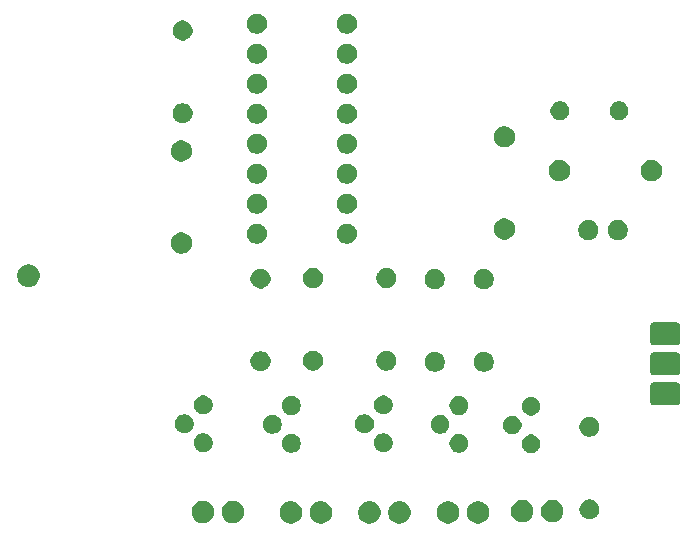
<source format=gbr>
G04 #@! TF.GenerationSoftware,KiCad,Pcbnew,(5.1.2)-2*
G04 #@! TF.CreationDate,2023-06-26T22:41:17-03:00*
G04 #@! TF.ProjectId,PRJ230523 - Haste de led,50524a32-3330-4353-9233-202d20486173,rev?*
G04 #@! TF.SameCoordinates,Original*
G04 #@! TF.FileFunction,Soldermask,Bot*
G04 #@! TF.FilePolarity,Negative*
%FSLAX46Y46*%
G04 Gerber Fmt 4.6, Leading zero omitted, Abs format (unit mm)*
G04 Created by KiCad (PCBNEW (5.1.2)-2) date 2023-06-26 22:41:17*
%MOMM*%
%LPD*%
G04 APERTURE LIST*
%ADD10C,0.100000*%
G04 APERTURE END LIST*
D10*
G36*
X140945336Y-124318254D02*
G01*
X141037105Y-124336508D01*
X141209994Y-124408121D01*
X141365590Y-124512087D01*
X141497913Y-124644410D01*
X141601879Y-124800006D01*
X141673492Y-124972895D01*
X141710000Y-125156433D01*
X141710000Y-125343567D01*
X141673492Y-125527105D01*
X141601879Y-125699994D01*
X141497913Y-125855590D01*
X141365590Y-125987913D01*
X141209994Y-126091879D01*
X141037105Y-126163492D01*
X140945336Y-126181746D01*
X140853568Y-126200000D01*
X140666432Y-126200000D01*
X140574664Y-126181746D01*
X140482895Y-126163492D01*
X140310006Y-126091879D01*
X140154410Y-125987913D01*
X140022087Y-125855590D01*
X139918121Y-125699994D01*
X139846508Y-125527105D01*
X139810000Y-125343567D01*
X139810000Y-125156433D01*
X139846508Y-124972895D01*
X139918121Y-124800006D01*
X140022087Y-124644410D01*
X140154410Y-124512087D01*
X140310006Y-124408121D01*
X140482895Y-124336508D01*
X140574664Y-124318254D01*
X140666432Y-124300000D01*
X140853568Y-124300000D01*
X140945336Y-124318254D01*
X140945336Y-124318254D01*
G37*
G36*
X147595336Y-124318254D02*
G01*
X147687105Y-124336508D01*
X147859994Y-124408121D01*
X148015590Y-124512087D01*
X148147913Y-124644410D01*
X148251879Y-124800006D01*
X148323492Y-124972895D01*
X148360000Y-125156433D01*
X148360000Y-125343567D01*
X148323492Y-125527105D01*
X148251879Y-125699994D01*
X148147913Y-125855590D01*
X148015590Y-125987913D01*
X147859994Y-126091879D01*
X147687105Y-126163492D01*
X147595336Y-126181746D01*
X147503568Y-126200000D01*
X147316432Y-126200000D01*
X147224664Y-126181746D01*
X147132895Y-126163492D01*
X146960006Y-126091879D01*
X146804410Y-125987913D01*
X146672087Y-125855590D01*
X146568121Y-125699994D01*
X146496508Y-125527105D01*
X146460000Y-125343567D01*
X146460000Y-125156433D01*
X146496508Y-124972895D01*
X146568121Y-124800006D01*
X146672087Y-124644410D01*
X146804410Y-124512087D01*
X146960006Y-124408121D01*
X147132895Y-124336508D01*
X147224664Y-124318254D01*
X147316432Y-124300000D01*
X147503568Y-124300000D01*
X147595336Y-124318254D01*
X147595336Y-124318254D01*
G37*
G36*
X134295336Y-124318254D02*
G01*
X134387105Y-124336508D01*
X134559994Y-124408121D01*
X134715590Y-124512087D01*
X134847913Y-124644410D01*
X134951879Y-124800006D01*
X135023492Y-124972895D01*
X135060000Y-125156433D01*
X135060000Y-125343567D01*
X135023492Y-125527105D01*
X134951879Y-125699994D01*
X134847913Y-125855590D01*
X134715590Y-125987913D01*
X134559994Y-126091879D01*
X134387105Y-126163492D01*
X134295336Y-126181746D01*
X134203568Y-126200000D01*
X134016432Y-126200000D01*
X133924664Y-126181746D01*
X133832895Y-126163492D01*
X133660006Y-126091879D01*
X133504410Y-125987913D01*
X133372087Y-125855590D01*
X133268121Y-125699994D01*
X133196508Y-125527105D01*
X133160000Y-125343567D01*
X133160000Y-125156433D01*
X133196508Y-124972895D01*
X133268121Y-124800006D01*
X133372087Y-124644410D01*
X133504410Y-124512087D01*
X133660006Y-124408121D01*
X133832895Y-124336508D01*
X133924664Y-124318254D01*
X134016432Y-124300000D01*
X134203568Y-124300000D01*
X134295336Y-124318254D01*
X134295336Y-124318254D01*
G37*
G36*
X136835336Y-124318254D02*
G01*
X136927105Y-124336508D01*
X137099994Y-124408121D01*
X137255590Y-124512087D01*
X137387913Y-124644410D01*
X137491879Y-124800006D01*
X137563492Y-124972895D01*
X137600000Y-125156433D01*
X137600000Y-125343567D01*
X137563492Y-125527105D01*
X137491879Y-125699994D01*
X137387913Y-125855590D01*
X137255590Y-125987913D01*
X137099994Y-126091879D01*
X136927105Y-126163492D01*
X136835336Y-126181746D01*
X136743568Y-126200000D01*
X136556432Y-126200000D01*
X136464664Y-126181746D01*
X136372895Y-126163492D01*
X136200006Y-126091879D01*
X136044410Y-125987913D01*
X135912087Y-125855590D01*
X135808121Y-125699994D01*
X135736508Y-125527105D01*
X135700000Y-125343567D01*
X135700000Y-125156433D01*
X135736508Y-124972895D01*
X135808121Y-124800006D01*
X135912087Y-124644410D01*
X136044410Y-124512087D01*
X136200006Y-124408121D01*
X136372895Y-124336508D01*
X136464664Y-124318254D01*
X136556432Y-124300000D01*
X136743568Y-124300000D01*
X136835336Y-124318254D01*
X136835336Y-124318254D01*
G37*
G36*
X150135336Y-124318254D02*
G01*
X150227105Y-124336508D01*
X150399994Y-124408121D01*
X150555590Y-124512087D01*
X150687913Y-124644410D01*
X150791879Y-124800006D01*
X150863492Y-124972895D01*
X150900000Y-125156433D01*
X150900000Y-125343567D01*
X150863492Y-125527105D01*
X150791879Y-125699994D01*
X150687913Y-125855590D01*
X150555590Y-125987913D01*
X150399994Y-126091879D01*
X150227105Y-126163492D01*
X150135336Y-126181746D01*
X150043568Y-126200000D01*
X149856432Y-126200000D01*
X149764664Y-126181746D01*
X149672895Y-126163492D01*
X149500006Y-126091879D01*
X149344410Y-125987913D01*
X149212087Y-125855590D01*
X149108121Y-125699994D01*
X149036508Y-125527105D01*
X149000000Y-125343567D01*
X149000000Y-125156433D01*
X149036508Y-124972895D01*
X149108121Y-124800006D01*
X149212087Y-124644410D01*
X149344410Y-124512087D01*
X149500006Y-124408121D01*
X149672895Y-124336508D01*
X149764664Y-124318254D01*
X149856432Y-124300000D01*
X150043568Y-124300000D01*
X150135336Y-124318254D01*
X150135336Y-124318254D01*
G37*
G36*
X143485336Y-124318254D02*
G01*
X143577105Y-124336508D01*
X143749994Y-124408121D01*
X143905590Y-124512087D01*
X144037913Y-124644410D01*
X144141879Y-124800006D01*
X144213492Y-124972895D01*
X144250000Y-125156433D01*
X144250000Y-125343567D01*
X144213492Y-125527105D01*
X144141879Y-125699994D01*
X144037913Y-125855590D01*
X143905590Y-125987913D01*
X143749994Y-126091879D01*
X143577105Y-126163492D01*
X143485336Y-126181746D01*
X143393568Y-126200000D01*
X143206432Y-126200000D01*
X143114664Y-126181746D01*
X143022895Y-126163492D01*
X142850006Y-126091879D01*
X142694410Y-125987913D01*
X142562087Y-125855590D01*
X142458121Y-125699994D01*
X142386508Y-125527105D01*
X142350000Y-125343567D01*
X142350000Y-125156433D01*
X142386508Y-124972895D01*
X142458121Y-124800006D01*
X142562087Y-124644410D01*
X142694410Y-124512087D01*
X142850006Y-124408121D01*
X143022895Y-124336508D01*
X143114664Y-124318254D01*
X143206432Y-124300000D01*
X143393568Y-124300000D01*
X143485336Y-124318254D01*
X143485336Y-124318254D01*
G37*
G36*
X126845336Y-124268254D02*
G01*
X126937105Y-124286508D01*
X127109994Y-124358121D01*
X127265590Y-124462087D01*
X127397913Y-124594410D01*
X127501879Y-124750006D01*
X127573492Y-124922895D01*
X127610000Y-125106433D01*
X127610000Y-125293567D01*
X127573492Y-125477105D01*
X127501879Y-125649994D01*
X127397913Y-125805590D01*
X127265590Y-125937913D01*
X127109994Y-126041879D01*
X126937105Y-126113492D01*
X126845336Y-126131746D01*
X126753568Y-126150000D01*
X126566432Y-126150000D01*
X126474664Y-126131746D01*
X126382895Y-126113492D01*
X126210006Y-126041879D01*
X126054410Y-125937913D01*
X125922087Y-125805590D01*
X125818121Y-125649994D01*
X125746508Y-125477105D01*
X125710000Y-125293567D01*
X125710000Y-125106433D01*
X125746508Y-124922895D01*
X125818121Y-124750006D01*
X125922087Y-124594410D01*
X126054410Y-124462087D01*
X126210006Y-124358121D01*
X126382895Y-124286508D01*
X126474664Y-124268254D01*
X126566432Y-124250000D01*
X126753568Y-124250000D01*
X126845336Y-124268254D01*
X126845336Y-124268254D01*
G37*
G36*
X129385336Y-124268254D02*
G01*
X129477105Y-124286508D01*
X129649994Y-124358121D01*
X129805590Y-124462087D01*
X129937913Y-124594410D01*
X130041879Y-124750006D01*
X130113492Y-124922895D01*
X130150000Y-125106433D01*
X130150000Y-125293567D01*
X130113492Y-125477105D01*
X130041879Y-125649994D01*
X129937913Y-125805590D01*
X129805590Y-125937913D01*
X129649994Y-126041879D01*
X129477105Y-126113492D01*
X129385336Y-126131746D01*
X129293568Y-126150000D01*
X129106432Y-126150000D01*
X129014664Y-126131746D01*
X128922895Y-126113492D01*
X128750006Y-126041879D01*
X128594410Y-125937913D01*
X128462087Y-125805590D01*
X128358121Y-125649994D01*
X128286508Y-125477105D01*
X128250000Y-125293567D01*
X128250000Y-125106433D01*
X128286508Y-124922895D01*
X128358121Y-124750006D01*
X128462087Y-124594410D01*
X128594410Y-124462087D01*
X128750006Y-124358121D01*
X128922895Y-124286508D01*
X129014664Y-124268254D01*
X129106432Y-124250000D01*
X129293568Y-124250000D01*
X129385336Y-124268254D01*
X129385336Y-124268254D01*
G37*
G36*
X153895336Y-124218254D02*
G01*
X153987105Y-124236508D01*
X154159994Y-124308121D01*
X154315590Y-124412087D01*
X154447913Y-124544410D01*
X154551879Y-124700006D01*
X154623492Y-124872895D01*
X154660000Y-125056433D01*
X154660000Y-125243567D01*
X154623492Y-125427105D01*
X154551879Y-125599994D01*
X154447913Y-125755590D01*
X154315590Y-125887913D01*
X154159994Y-125991879D01*
X153987105Y-126063492D01*
X153895336Y-126081746D01*
X153803568Y-126100000D01*
X153616432Y-126100000D01*
X153524664Y-126081746D01*
X153432895Y-126063492D01*
X153260006Y-125991879D01*
X153104410Y-125887913D01*
X152972087Y-125755590D01*
X152868121Y-125599994D01*
X152796508Y-125427105D01*
X152760000Y-125243567D01*
X152760000Y-125056433D01*
X152796508Y-124872895D01*
X152868121Y-124700006D01*
X152972087Y-124544410D01*
X153104410Y-124412087D01*
X153260006Y-124308121D01*
X153432895Y-124236508D01*
X153524664Y-124218254D01*
X153616432Y-124200000D01*
X153803568Y-124200000D01*
X153895336Y-124218254D01*
X153895336Y-124218254D01*
G37*
G36*
X156435336Y-124218254D02*
G01*
X156527105Y-124236508D01*
X156699994Y-124308121D01*
X156855590Y-124412087D01*
X156987913Y-124544410D01*
X157091879Y-124700006D01*
X157163492Y-124872895D01*
X157200000Y-125056433D01*
X157200000Y-125243567D01*
X157163492Y-125427105D01*
X157091879Y-125599994D01*
X156987913Y-125755590D01*
X156855590Y-125887913D01*
X156699994Y-125991879D01*
X156527105Y-126063492D01*
X156435336Y-126081746D01*
X156343568Y-126100000D01*
X156156432Y-126100000D01*
X156064664Y-126081746D01*
X155972895Y-126063492D01*
X155800006Y-125991879D01*
X155644410Y-125887913D01*
X155512087Y-125755590D01*
X155408121Y-125599994D01*
X155336508Y-125427105D01*
X155300000Y-125243567D01*
X155300000Y-125056433D01*
X155336508Y-124872895D01*
X155408121Y-124700006D01*
X155512087Y-124544410D01*
X155644410Y-124412087D01*
X155800006Y-124308121D01*
X155972895Y-124236508D01*
X156064664Y-124218254D01*
X156156432Y-124200000D01*
X156343568Y-124200000D01*
X156435336Y-124218254D01*
X156435336Y-124218254D01*
G37*
G36*
X159647935Y-124182664D02*
G01*
X159777924Y-124236508D01*
X159802626Y-124246740D01*
X159941844Y-124339762D01*
X160060238Y-124458156D01*
X160151280Y-124594411D01*
X160153261Y-124597376D01*
X160217336Y-124752065D01*
X160250000Y-124916281D01*
X160250000Y-125083719D01*
X160217336Y-125247935D01*
X160198434Y-125293567D01*
X160153260Y-125402626D01*
X160060238Y-125541844D01*
X159941844Y-125660238D01*
X159802626Y-125753260D01*
X159802625Y-125753261D01*
X159802624Y-125753261D01*
X159647935Y-125817336D01*
X159483719Y-125850000D01*
X159316281Y-125850000D01*
X159152065Y-125817336D01*
X158997376Y-125753261D01*
X158997375Y-125753261D01*
X158997374Y-125753260D01*
X158858156Y-125660238D01*
X158739762Y-125541844D01*
X158646740Y-125402626D01*
X158601566Y-125293567D01*
X158582664Y-125247935D01*
X158550000Y-125083719D01*
X158550000Y-124916281D01*
X158582664Y-124752065D01*
X158646739Y-124597376D01*
X158648720Y-124594411D01*
X158739762Y-124458156D01*
X158858156Y-124339762D01*
X158997374Y-124246740D01*
X159022076Y-124236508D01*
X159152065Y-124182664D01*
X159316281Y-124150000D01*
X159483719Y-124150000D01*
X159647935Y-124182664D01*
X159647935Y-124182664D01*
G37*
G36*
X154683351Y-118680743D02*
G01*
X154828941Y-118741048D01*
X154959970Y-118828599D01*
X155071401Y-118940030D01*
X155158952Y-119071059D01*
X155219257Y-119216649D01*
X155250000Y-119371206D01*
X155250000Y-119528794D01*
X155219257Y-119683351D01*
X155158952Y-119828941D01*
X155071401Y-119959970D01*
X154959970Y-120071401D01*
X154828941Y-120158952D01*
X154683351Y-120219257D01*
X154528794Y-120250000D01*
X154371206Y-120250000D01*
X154216649Y-120219257D01*
X154071059Y-120158952D01*
X153940030Y-120071401D01*
X153828599Y-119959970D01*
X153741048Y-119828941D01*
X153680743Y-119683351D01*
X153650000Y-119528794D01*
X153650000Y-119371206D01*
X153680743Y-119216649D01*
X153741048Y-119071059D01*
X153828599Y-118940030D01*
X153940030Y-118828599D01*
X154071059Y-118741048D01*
X154216649Y-118680743D01*
X154371206Y-118650000D01*
X154528794Y-118650000D01*
X154683351Y-118680743D01*
X154683351Y-118680743D01*
G37*
G36*
X134383351Y-118630743D02*
G01*
X134528941Y-118691048D01*
X134659970Y-118778599D01*
X134771401Y-118890030D01*
X134858952Y-119021059D01*
X134919257Y-119166649D01*
X134950000Y-119321206D01*
X134950000Y-119478794D01*
X134919257Y-119633351D01*
X134858952Y-119778941D01*
X134771401Y-119909970D01*
X134659970Y-120021401D01*
X134528941Y-120108952D01*
X134383351Y-120169257D01*
X134228794Y-120200000D01*
X134071206Y-120200000D01*
X133916649Y-120169257D01*
X133771059Y-120108952D01*
X133640030Y-120021401D01*
X133528599Y-119909970D01*
X133441048Y-119778941D01*
X133380743Y-119633351D01*
X133350000Y-119478794D01*
X133350000Y-119321206D01*
X133380743Y-119166649D01*
X133441048Y-119021059D01*
X133528599Y-118890030D01*
X133640030Y-118778599D01*
X133771059Y-118691048D01*
X133916649Y-118630743D01*
X134071206Y-118600000D01*
X134228794Y-118600000D01*
X134383351Y-118630743D01*
X134383351Y-118630743D01*
G37*
G36*
X148583351Y-118630743D02*
G01*
X148728941Y-118691048D01*
X148859970Y-118778599D01*
X148971401Y-118890030D01*
X149058952Y-119021059D01*
X149119257Y-119166649D01*
X149150000Y-119321206D01*
X149150000Y-119478794D01*
X149119257Y-119633351D01*
X149058952Y-119778941D01*
X148971401Y-119909970D01*
X148859970Y-120021401D01*
X148728941Y-120108952D01*
X148583351Y-120169257D01*
X148428794Y-120200000D01*
X148271206Y-120200000D01*
X148116649Y-120169257D01*
X147971059Y-120108952D01*
X147840030Y-120021401D01*
X147728599Y-119909970D01*
X147641048Y-119778941D01*
X147580743Y-119633351D01*
X147550000Y-119478794D01*
X147550000Y-119321206D01*
X147580743Y-119166649D01*
X147641048Y-119021059D01*
X147728599Y-118890030D01*
X147840030Y-118778599D01*
X147971059Y-118691048D01*
X148116649Y-118630743D01*
X148271206Y-118600000D01*
X148428794Y-118600000D01*
X148583351Y-118630743D01*
X148583351Y-118630743D01*
G37*
G36*
X126933351Y-118580743D02*
G01*
X127078941Y-118641048D01*
X127209970Y-118728599D01*
X127321401Y-118840030D01*
X127408952Y-118971059D01*
X127469257Y-119116649D01*
X127500000Y-119271206D01*
X127500000Y-119428794D01*
X127469257Y-119583351D01*
X127408952Y-119728941D01*
X127321401Y-119859970D01*
X127209970Y-119971401D01*
X127078941Y-120058952D01*
X126933351Y-120119257D01*
X126778794Y-120150000D01*
X126621206Y-120150000D01*
X126466649Y-120119257D01*
X126321059Y-120058952D01*
X126190030Y-119971401D01*
X126078599Y-119859970D01*
X125991048Y-119728941D01*
X125930743Y-119583351D01*
X125900000Y-119428794D01*
X125900000Y-119271206D01*
X125930743Y-119116649D01*
X125991048Y-118971059D01*
X126078599Y-118840030D01*
X126190030Y-118728599D01*
X126321059Y-118641048D01*
X126466649Y-118580743D01*
X126621206Y-118550000D01*
X126778794Y-118550000D01*
X126933351Y-118580743D01*
X126933351Y-118580743D01*
G37*
G36*
X142183351Y-118580743D02*
G01*
X142328941Y-118641048D01*
X142459970Y-118728599D01*
X142571401Y-118840030D01*
X142658952Y-118971059D01*
X142719257Y-119116649D01*
X142750000Y-119271206D01*
X142750000Y-119428794D01*
X142719257Y-119583351D01*
X142658952Y-119728941D01*
X142571401Y-119859970D01*
X142459970Y-119971401D01*
X142328941Y-120058952D01*
X142183351Y-120119257D01*
X142028794Y-120150000D01*
X141871206Y-120150000D01*
X141716649Y-120119257D01*
X141571059Y-120058952D01*
X141440030Y-119971401D01*
X141328599Y-119859970D01*
X141241048Y-119728941D01*
X141180743Y-119583351D01*
X141150000Y-119428794D01*
X141150000Y-119271206D01*
X141180743Y-119116649D01*
X141241048Y-118971059D01*
X141328599Y-118840030D01*
X141440030Y-118728599D01*
X141571059Y-118641048D01*
X141716649Y-118580743D01*
X141871206Y-118550000D01*
X142028794Y-118550000D01*
X142183351Y-118580743D01*
X142183351Y-118580743D01*
G37*
G36*
X159647935Y-117182664D02*
G01*
X159786427Y-117240030D01*
X159802626Y-117246740D01*
X159941844Y-117339762D01*
X160060238Y-117458156D01*
X160132730Y-117566649D01*
X160153261Y-117597376D01*
X160217336Y-117752065D01*
X160250000Y-117916281D01*
X160250000Y-118083719D01*
X160217336Y-118247935D01*
X160191640Y-118309970D01*
X160153260Y-118402626D01*
X160060238Y-118541844D01*
X159941844Y-118660238D01*
X159802626Y-118753260D01*
X159802625Y-118753261D01*
X159802624Y-118753261D01*
X159647935Y-118817336D01*
X159483719Y-118850000D01*
X159316281Y-118850000D01*
X159152065Y-118817336D01*
X158997376Y-118753261D01*
X158997375Y-118753261D01*
X158997374Y-118753260D01*
X158858156Y-118660238D01*
X158739762Y-118541844D01*
X158646740Y-118402626D01*
X158608360Y-118309970D01*
X158582664Y-118247935D01*
X158550000Y-118083719D01*
X158550000Y-117916281D01*
X158582664Y-117752065D01*
X158646739Y-117597376D01*
X158667270Y-117566649D01*
X158739762Y-117458156D01*
X158858156Y-117339762D01*
X158997374Y-117246740D01*
X159013573Y-117240030D01*
X159152065Y-117182664D01*
X159316281Y-117150000D01*
X159483719Y-117150000D01*
X159647935Y-117182664D01*
X159647935Y-117182664D01*
G37*
G36*
X153083351Y-117080743D02*
G01*
X153228941Y-117141048D01*
X153359970Y-117228599D01*
X153471401Y-117340030D01*
X153558952Y-117471059D01*
X153619257Y-117616649D01*
X153650000Y-117771206D01*
X153650000Y-117928794D01*
X153619257Y-118083351D01*
X153558952Y-118228941D01*
X153471401Y-118359970D01*
X153359970Y-118471401D01*
X153228941Y-118558952D01*
X153083351Y-118619257D01*
X152928794Y-118650000D01*
X152771206Y-118650000D01*
X152616649Y-118619257D01*
X152471059Y-118558952D01*
X152340030Y-118471401D01*
X152228599Y-118359970D01*
X152141048Y-118228941D01*
X152080743Y-118083351D01*
X152050000Y-117928794D01*
X152050000Y-117771206D01*
X152080743Y-117616649D01*
X152141048Y-117471059D01*
X152228599Y-117340030D01*
X152340030Y-117228599D01*
X152471059Y-117141048D01*
X152616649Y-117080743D01*
X152771206Y-117050000D01*
X152928794Y-117050000D01*
X153083351Y-117080743D01*
X153083351Y-117080743D01*
G37*
G36*
X146983351Y-117030743D02*
G01*
X147128941Y-117091048D01*
X147259970Y-117178599D01*
X147371401Y-117290030D01*
X147458952Y-117421059D01*
X147519257Y-117566649D01*
X147550000Y-117721206D01*
X147550000Y-117878794D01*
X147519257Y-118033351D01*
X147458952Y-118178941D01*
X147371401Y-118309970D01*
X147259970Y-118421401D01*
X147128941Y-118508952D01*
X146983351Y-118569257D01*
X146828794Y-118600000D01*
X146671206Y-118600000D01*
X146516649Y-118569257D01*
X146371059Y-118508952D01*
X146240030Y-118421401D01*
X146128599Y-118309970D01*
X146041048Y-118178941D01*
X145980743Y-118033351D01*
X145950000Y-117878794D01*
X145950000Y-117721206D01*
X145980743Y-117566649D01*
X146041048Y-117421059D01*
X146128599Y-117290030D01*
X146240030Y-117178599D01*
X146371059Y-117091048D01*
X146516649Y-117030743D01*
X146671206Y-117000000D01*
X146828794Y-117000000D01*
X146983351Y-117030743D01*
X146983351Y-117030743D01*
G37*
G36*
X132783351Y-117030743D02*
G01*
X132928941Y-117091048D01*
X133059970Y-117178599D01*
X133171401Y-117290030D01*
X133258952Y-117421059D01*
X133319257Y-117566649D01*
X133350000Y-117721206D01*
X133350000Y-117878794D01*
X133319257Y-118033351D01*
X133258952Y-118178941D01*
X133171401Y-118309970D01*
X133059970Y-118421401D01*
X132928941Y-118508952D01*
X132783351Y-118569257D01*
X132628794Y-118600000D01*
X132471206Y-118600000D01*
X132316649Y-118569257D01*
X132171059Y-118508952D01*
X132040030Y-118421401D01*
X131928599Y-118309970D01*
X131841048Y-118178941D01*
X131780743Y-118033351D01*
X131750000Y-117878794D01*
X131750000Y-117721206D01*
X131780743Y-117566649D01*
X131841048Y-117421059D01*
X131928599Y-117290030D01*
X132040030Y-117178599D01*
X132171059Y-117091048D01*
X132316649Y-117030743D01*
X132471206Y-117000000D01*
X132628794Y-117000000D01*
X132783351Y-117030743D01*
X132783351Y-117030743D01*
G37*
G36*
X125333351Y-116980743D02*
G01*
X125478941Y-117041048D01*
X125609970Y-117128599D01*
X125721401Y-117240030D01*
X125808952Y-117371059D01*
X125869257Y-117516649D01*
X125900000Y-117671206D01*
X125900000Y-117828794D01*
X125869257Y-117983351D01*
X125808952Y-118128941D01*
X125721401Y-118259970D01*
X125609970Y-118371401D01*
X125478941Y-118458952D01*
X125333351Y-118519257D01*
X125178794Y-118550000D01*
X125021206Y-118550000D01*
X124866649Y-118519257D01*
X124721059Y-118458952D01*
X124590030Y-118371401D01*
X124478599Y-118259970D01*
X124391048Y-118128941D01*
X124330743Y-117983351D01*
X124300000Y-117828794D01*
X124300000Y-117671206D01*
X124330743Y-117516649D01*
X124391048Y-117371059D01*
X124478599Y-117240030D01*
X124590030Y-117128599D01*
X124721059Y-117041048D01*
X124866649Y-116980743D01*
X125021206Y-116950000D01*
X125178794Y-116950000D01*
X125333351Y-116980743D01*
X125333351Y-116980743D01*
G37*
G36*
X140583351Y-116980743D02*
G01*
X140728941Y-117041048D01*
X140859970Y-117128599D01*
X140971401Y-117240030D01*
X141058952Y-117371059D01*
X141119257Y-117516649D01*
X141150000Y-117671206D01*
X141150000Y-117828794D01*
X141119257Y-117983351D01*
X141058952Y-118128941D01*
X140971401Y-118259970D01*
X140859970Y-118371401D01*
X140728941Y-118458952D01*
X140583351Y-118519257D01*
X140428794Y-118550000D01*
X140271206Y-118550000D01*
X140116649Y-118519257D01*
X139971059Y-118458952D01*
X139840030Y-118371401D01*
X139728599Y-118259970D01*
X139641048Y-118128941D01*
X139580743Y-117983351D01*
X139550000Y-117828794D01*
X139550000Y-117671206D01*
X139580743Y-117516649D01*
X139641048Y-117371059D01*
X139728599Y-117240030D01*
X139840030Y-117128599D01*
X139971059Y-117041048D01*
X140116649Y-116980743D01*
X140271206Y-116950000D01*
X140428794Y-116950000D01*
X140583351Y-116980743D01*
X140583351Y-116980743D01*
G37*
G36*
X154683351Y-115480743D02*
G01*
X154828941Y-115541048D01*
X154959970Y-115628599D01*
X155071401Y-115740030D01*
X155158952Y-115871059D01*
X155219257Y-116016649D01*
X155250000Y-116171206D01*
X155250000Y-116328794D01*
X155219257Y-116483351D01*
X155158952Y-116628941D01*
X155071401Y-116759970D01*
X154959970Y-116871401D01*
X154828941Y-116958952D01*
X154683351Y-117019257D01*
X154528794Y-117050000D01*
X154371206Y-117050000D01*
X154216649Y-117019257D01*
X154071059Y-116958952D01*
X153940030Y-116871401D01*
X153828599Y-116759970D01*
X153741048Y-116628941D01*
X153680743Y-116483351D01*
X153650000Y-116328794D01*
X153650000Y-116171206D01*
X153680743Y-116016649D01*
X153741048Y-115871059D01*
X153828599Y-115740030D01*
X153940030Y-115628599D01*
X154071059Y-115541048D01*
X154216649Y-115480743D01*
X154371206Y-115450000D01*
X154528794Y-115450000D01*
X154683351Y-115480743D01*
X154683351Y-115480743D01*
G37*
G36*
X134383351Y-115430743D02*
G01*
X134528941Y-115491048D01*
X134659970Y-115578599D01*
X134771401Y-115690030D01*
X134858952Y-115821059D01*
X134919257Y-115966649D01*
X134950000Y-116121206D01*
X134950000Y-116278794D01*
X134919257Y-116433351D01*
X134858952Y-116578941D01*
X134771401Y-116709970D01*
X134659970Y-116821401D01*
X134528941Y-116908952D01*
X134383351Y-116969257D01*
X134228794Y-117000000D01*
X134071206Y-117000000D01*
X133916649Y-116969257D01*
X133771059Y-116908952D01*
X133640030Y-116821401D01*
X133528599Y-116709970D01*
X133441048Y-116578941D01*
X133380743Y-116433351D01*
X133350000Y-116278794D01*
X133350000Y-116121206D01*
X133380743Y-115966649D01*
X133441048Y-115821059D01*
X133528599Y-115690030D01*
X133640030Y-115578599D01*
X133771059Y-115491048D01*
X133916649Y-115430743D01*
X134071206Y-115400000D01*
X134228794Y-115400000D01*
X134383351Y-115430743D01*
X134383351Y-115430743D01*
G37*
G36*
X148583351Y-115430743D02*
G01*
X148728941Y-115491048D01*
X148859970Y-115578599D01*
X148971401Y-115690030D01*
X149058952Y-115821059D01*
X149119257Y-115966649D01*
X149150000Y-116121206D01*
X149150000Y-116278794D01*
X149119257Y-116433351D01*
X149058952Y-116578941D01*
X148971401Y-116709970D01*
X148859970Y-116821401D01*
X148728941Y-116908952D01*
X148583351Y-116969257D01*
X148428794Y-117000000D01*
X148271206Y-117000000D01*
X148116649Y-116969257D01*
X147971059Y-116908952D01*
X147840030Y-116821401D01*
X147728599Y-116709970D01*
X147641048Y-116578941D01*
X147580743Y-116433351D01*
X147550000Y-116278794D01*
X147550000Y-116121206D01*
X147580743Y-115966649D01*
X147641048Y-115821059D01*
X147728599Y-115690030D01*
X147840030Y-115578599D01*
X147971059Y-115491048D01*
X148116649Y-115430743D01*
X148271206Y-115400000D01*
X148428794Y-115400000D01*
X148583351Y-115430743D01*
X148583351Y-115430743D01*
G37*
G36*
X142183351Y-115380743D02*
G01*
X142328941Y-115441048D01*
X142459970Y-115528599D01*
X142571401Y-115640030D01*
X142658952Y-115771059D01*
X142719257Y-115916649D01*
X142750000Y-116071206D01*
X142750000Y-116228794D01*
X142719257Y-116383351D01*
X142658952Y-116528941D01*
X142571401Y-116659970D01*
X142459970Y-116771401D01*
X142328941Y-116858952D01*
X142183351Y-116919257D01*
X142028794Y-116950000D01*
X141871206Y-116950000D01*
X141716649Y-116919257D01*
X141571059Y-116858952D01*
X141440030Y-116771401D01*
X141328599Y-116659970D01*
X141241048Y-116528941D01*
X141180743Y-116383351D01*
X141150000Y-116228794D01*
X141150000Y-116071206D01*
X141180743Y-115916649D01*
X141241048Y-115771059D01*
X141328599Y-115640030D01*
X141440030Y-115528599D01*
X141571059Y-115441048D01*
X141716649Y-115380743D01*
X141871206Y-115350000D01*
X142028794Y-115350000D01*
X142183351Y-115380743D01*
X142183351Y-115380743D01*
G37*
G36*
X126933351Y-115380743D02*
G01*
X127078941Y-115441048D01*
X127209970Y-115528599D01*
X127321401Y-115640030D01*
X127408952Y-115771059D01*
X127469257Y-115916649D01*
X127500000Y-116071206D01*
X127500000Y-116228794D01*
X127469257Y-116383351D01*
X127408952Y-116528941D01*
X127321401Y-116659970D01*
X127209970Y-116771401D01*
X127078941Y-116858952D01*
X126933351Y-116919257D01*
X126778794Y-116950000D01*
X126621206Y-116950000D01*
X126466649Y-116919257D01*
X126321059Y-116858952D01*
X126190030Y-116771401D01*
X126078599Y-116659970D01*
X125991048Y-116528941D01*
X125930743Y-116383351D01*
X125900000Y-116228794D01*
X125900000Y-116071206D01*
X125930743Y-115916649D01*
X125991048Y-115771059D01*
X126078599Y-115640030D01*
X126190030Y-115528599D01*
X126321059Y-115441048D01*
X126466649Y-115380743D01*
X126621206Y-115350000D01*
X126778794Y-115350000D01*
X126933351Y-115380743D01*
X126933351Y-115380743D01*
G37*
G36*
X166747735Y-114198999D02*
G01*
X166829688Y-114223860D01*
X166905229Y-114264237D01*
X166971432Y-114318568D01*
X167025763Y-114384771D01*
X167066140Y-114460312D01*
X167091001Y-114542265D01*
X167100000Y-114633640D01*
X167100000Y-115746360D01*
X167091001Y-115837735D01*
X167066140Y-115919688D01*
X167025763Y-115995229D01*
X166971432Y-116061432D01*
X166905229Y-116115763D01*
X166829688Y-116156140D01*
X166747735Y-116181001D01*
X166656360Y-116190000D01*
X164943640Y-116190000D01*
X164852265Y-116181001D01*
X164770312Y-116156140D01*
X164694771Y-116115763D01*
X164628568Y-116061432D01*
X164574237Y-115995229D01*
X164533860Y-115919688D01*
X164508999Y-115837735D01*
X164500000Y-115746360D01*
X164500000Y-114633640D01*
X164508999Y-114542265D01*
X164533860Y-114460312D01*
X164574237Y-114384771D01*
X164628568Y-114318568D01*
X164694771Y-114264237D01*
X164770312Y-114223860D01*
X164852265Y-114198999D01*
X164943640Y-114190000D01*
X166656360Y-114190000D01*
X166747735Y-114198999D01*
X166747735Y-114198999D01*
G37*
G36*
X166747735Y-111658999D02*
G01*
X166829688Y-111683860D01*
X166905229Y-111724237D01*
X166971432Y-111778568D01*
X167025763Y-111844771D01*
X167066140Y-111920312D01*
X167091001Y-112002265D01*
X167100000Y-112093640D01*
X167100000Y-113206360D01*
X167091001Y-113297735D01*
X167066140Y-113379688D01*
X167025763Y-113455229D01*
X166971432Y-113521432D01*
X166905229Y-113575763D01*
X166829688Y-113616140D01*
X166747735Y-113641001D01*
X166656360Y-113650000D01*
X164943640Y-113650000D01*
X164852265Y-113641001D01*
X164770312Y-113616140D01*
X164694771Y-113575763D01*
X164628568Y-113521432D01*
X164574237Y-113455229D01*
X164533860Y-113379688D01*
X164508999Y-113297735D01*
X164500000Y-113206360D01*
X164500000Y-112093640D01*
X164508999Y-112002265D01*
X164533860Y-111920312D01*
X164574237Y-111844771D01*
X164628568Y-111778568D01*
X164694771Y-111724237D01*
X164770312Y-111683860D01*
X164852265Y-111658999D01*
X164943640Y-111650000D01*
X166656360Y-111650000D01*
X166747735Y-111658999D01*
X166747735Y-111658999D01*
G37*
G36*
X150697935Y-111682664D02*
G01*
X150822509Y-111734265D01*
X150852626Y-111746740D01*
X150991844Y-111839762D01*
X151110238Y-111958156D01*
X151173246Y-112052455D01*
X151203261Y-112097376D01*
X151267336Y-112252065D01*
X151300000Y-112416281D01*
X151300000Y-112583719D01*
X151267336Y-112747935D01*
X151244682Y-112802626D01*
X151203260Y-112902626D01*
X151110238Y-113041844D01*
X150991844Y-113160238D01*
X150852626Y-113253260D01*
X150852625Y-113253261D01*
X150852624Y-113253261D01*
X150697935Y-113317336D01*
X150533719Y-113350000D01*
X150366281Y-113350000D01*
X150202065Y-113317336D01*
X150047376Y-113253261D01*
X150047375Y-113253261D01*
X150047374Y-113253260D01*
X149908156Y-113160238D01*
X149789762Y-113041844D01*
X149696740Y-112902626D01*
X149655318Y-112802626D01*
X149632664Y-112747935D01*
X149600000Y-112583719D01*
X149600000Y-112416281D01*
X149632664Y-112252065D01*
X149696739Y-112097376D01*
X149726754Y-112052455D01*
X149789762Y-111958156D01*
X149908156Y-111839762D01*
X150047374Y-111746740D01*
X150077491Y-111734265D01*
X150202065Y-111682664D01*
X150366281Y-111650000D01*
X150533719Y-111650000D01*
X150697935Y-111682664D01*
X150697935Y-111682664D01*
G37*
G36*
X146547935Y-111682664D02*
G01*
X146672509Y-111734265D01*
X146702626Y-111746740D01*
X146841844Y-111839762D01*
X146960238Y-111958156D01*
X147023246Y-112052455D01*
X147053261Y-112097376D01*
X147117336Y-112252065D01*
X147150000Y-112416281D01*
X147150000Y-112583719D01*
X147117336Y-112747935D01*
X147094682Y-112802626D01*
X147053260Y-112902626D01*
X146960238Y-113041844D01*
X146841844Y-113160238D01*
X146702626Y-113253260D01*
X146702625Y-113253261D01*
X146702624Y-113253261D01*
X146547935Y-113317336D01*
X146383719Y-113350000D01*
X146216281Y-113350000D01*
X146052065Y-113317336D01*
X145897376Y-113253261D01*
X145897375Y-113253261D01*
X145897374Y-113253260D01*
X145758156Y-113160238D01*
X145639762Y-113041844D01*
X145546740Y-112902626D01*
X145505318Y-112802626D01*
X145482664Y-112747935D01*
X145450000Y-112583719D01*
X145450000Y-112416281D01*
X145482664Y-112252065D01*
X145546739Y-112097376D01*
X145576754Y-112052455D01*
X145639762Y-111958156D01*
X145758156Y-111839762D01*
X145897374Y-111746740D01*
X145927491Y-111734265D01*
X146052065Y-111682664D01*
X146216281Y-111650000D01*
X146383719Y-111650000D01*
X146547935Y-111682664D01*
X146547935Y-111682664D01*
G37*
G36*
X131797935Y-111632664D02*
G01*
X131931671Y-111688060D01*
X131952626Y-111696740D01*
X132091844Y-111789762D01*
X132210238Y-111908156D01*
X132273119Y-112002265D01*
X132303261Y-112047376D01*
X132367336Y-112202065D01*
X132400000Y-112366281D01*
X132400000Y-112533719D01*
X132367336Y-112697935D01*
X132323972Y-112802624D01*
X132303260Y-112852626D01*
X132210238Y-112991844D01*
X132091844Y-113110238D01*
X131952626Y-113203260D01*
X131952625Y-113203261D01*
X131952624Y-113203261D01*
X131797935Y-113267336D01*
X131633719Y-113300000D01*
X131466281Y-113300000D01*
X131302065Y-113267336D01*
X131147376Y-113203261D01*
X131147375Y-113203261D01*
X131147374Y-113203260D01*
X131008156Y-113110238D01*
X130889762Y-112991844D01*
X130796740Y-112852626D01*
X130776028Y-112802624D01*
X130732664Y-112697935D01*
X130700000Y-112533719D01*
X130700000Y-112366281D01*
X130732664Y-112202065D01*
X130796739Y-112047376D01*
X130826881Y-112002265D01*
X130889762Y-111908156D01*
X131008156Y-111789762D01*
X131147374Y-111696740D01*
X131168329Y-111688060D01*
X131302065Y-111632664D01*
X131466281Y-111600000D01*
X131633719Y-111600000D01*
X131797935Y-111632664D01*
X131797935Y-111632664D01*
G37*
G36*
X136247935Y-111582664D02*
G01*
X136402624Y-111646739D01*
X136402626Y-111646740D01*
X136541844Y-111739762D01*
X136660238Y-111858156D01*
X136727056Y-111958157D01*
X136753261Y-111997376D01*
X136817336Y-112152065D01*
X136850000Y-112316281D01*
X136850000Y-112483719D01*
X136817336Y-112647935D01*
X136753261Y-112802624D01*
X136753260Y-112802626D01*
X136660238Y-112941844D01*
X136541844Y-113060238D01*
X136402626Y-113153260D01*
X136402625Y-113153261D01*
X136402624Y-113153261D01*
X136247935Y-113217336D01*
X136083719Y-113250000D01*
X135916281Y-113250000D01*
X135752065Y-113217336D01*
X135597376Y-113153261D01*
X135597375Y-113153261D01*
X135597374Y-113153260D01*
X135458156Y-113060238D01*
X135339762Y-112941844D01*
X135246740Y-112802626D01*
X135246739Y-112802624D01*
X135182664Y-112647935D01*
X135150000Y-112483719D01*
X135150000Y-112316281D01*
X135182664Y-112152065D01*
X135246739Y-111997376D01*
X135272944Y-111958157D01*
X135339762Y-111858156D01*
X135458156Y-111739762D01*
X135597374Y-111646740D01*
X135597376Y-111646739D01*
X135752065Y-111582664D01*
X135916281Y-111550000D01*
X136083719Y-111550000D01*
X136247935Y-111582664D01*
X136247935Y-111582664D01*
G37*
G36*
X142447935Y-111582664D02*
G01*
X142602624Y-111646739D01*
X142602626Y-111646740D01*
X142741844Y-111739762D01*
X142860238Y-111858156D01*
X142927056Y-111958157D01*
X142953261Y-111997376D01*
X143017336Y-112152065D01*
X143050000Y-112316281D01*
X143050000Y-112483719D01*
X143017336Y-112647935D01*
X142953261Y-112802624D01*
X142953260Y-112802626D01*
X142860238Y-112941844D01*
X142741844Y-113060238D01*
X142602626Y-113153260D01*
X142602625Y-113153261D01*
X142602624Y-113153261D01*
X142447935Y-113217336D01*
X142283719Y-113250000D01*
X142116281Y-113250000D01*
X141952065Y-113217336D01*
X141797376Y-113153261D01*
X141797375Y-113153261D01*
X141797374Y-113153260D01*
X141658156Y-113060238D01*
X141539762Y-112941844D01*
X141446740Y-112802626D01*
X141446739Y-112802624D01*
X141382664Y-112647935D01*
X141350000Y-112483719D01*
X141350000Y-112316281D01*
X141382664Y-112152065D01*
X141446739Y-111997376D01*
X141472944Y-111958157D01*
X141539762Y-111858156D01*
X141658156Y-111739762D01*
X141797374Y-111646740D01*
X141797376Y-111646739D01*
X141952065Y-111582664D01*
X142116281Y-111550000D01*
X142283719Y-111550000D01*
X142447935Y-111582664D01*
X142447935Y-111582664D01*
G37*
G36*
X166747735Y-109118999D02*
G01*
X166829688Y-109143860D01*
X166905229Y-109184237D01*
X166971432Y-109238568D01*
X167025763Y-109304771D01*
X167066140Y-109380312D01*
X167091001Y-109462265D01*
X167100000Y-109553640D01*
X167100000Y-110666360D01*
X167091001Y-110757735D01*
X167066140Y-110839688D01*
X167025763Y-110915229D01*
X166971432Y-110981432D01*
X166905229Y-111035763D01*
X166829688Y-111076140D01*
X166747735Y-111101001D01*
X166656360Y-111110000D01*
X164943640Y-111110000D01*
X164852265Y-111101001D01*
X164770312Y-111076140D01*
X164694771Y-111035763D01*
X164628568Y-110981432D01*
X164574237Y-110915229D01*
X164533860Y-110839688D01*
X164508999Y-110757735D01*
X164500000Y-110666360D01*
X164500000Y-109553640D01*
X164508999Y-109462265D01*
X164533860Y-109380312D01*
X164574237Y-109304771D01*
X164628568Y-109238568D01*
X164694771Y-109184237D01*
X164770312Y-109143860D01*
X164852265Y-109118999D01*
X164943640Y-109110000D01*
X166656360Y-109110000D01*
X166747735Y-109118999D01*
X166747735Y-109118999D01*
G37*
G36*
X146547935Y-104682664D02*
G01*
X146685780Y-104739762D01*
X146702626Y-104746740D01*
X146841844Y-104839762D01*
X146960238Y-104958156D01*
X147053260Y-105097374D01*
X147053261Y-105097376D01*
X147117336Y-105252065D01*
X147150000Y-105416281D01*
X147150000Y-105583719D01*
X147117336Y-105747935D01*
X147093454Y-105805590D01*
X147053260Y-105902626D01*
X146960238Y-106041844D01*
X146841844Y-106160238D01*
X146702626Y-106253260D01*
X146702625Y-106253261D01*
X146702624Y-106253261D01*
X146547935Y-106317336D01*
X146383719Y-106350000D01*
X146216281Y-106350000D01*
X146052065Y-106317336D01*
X145897376Y-106253261D01*
X145897375Y-106253261D01*
X145897374Y-106253260D01*
X145758156Y-106160238D01*
X145639762Y-106041844D01*
X145546740Y-105902626D01*
X145506546Y-105805590D01*
X145482664Y-105747935D01*
X145450000Y-105583719D01*
X145450000Y-105416281D01*
X145482664Y-105252065D01*
X145546739Y-105097376D01*
X145546740Y-105097374D01*
X145639762Y-104958156D01*
X145758156Y-104839762D01*
X145897374Y-104746740D01*
X145914220Y-104739762D01*
X146052065Y-104682664D01*
X146216281Y-104650000D01*
X146383719Y-104650000D01*
X146547935Y-104682664D01*
X146547935Y-104682664D01*
G37*
G36*
X150697935Y-104682664D02*
G01*
X150835780Y-104739762D01*
X150852626Y-104746740D01*
X150991844Y-104839762D01*
X151110238Y-104958156D01*
X151203260Y-105097374D01*
X151203261Y-105097376D01*
X151267336Y-105252065D01*
X151300000Y-105416281D01*
X151300000Y-105583719D01*
X151267336Y-105747935D01*
X151243454Y-105805590D01*
X151203260Y-105902626D01*
X151110238Y-106041844D01*
X150991844Y-106160238D01*
X150852626Y-106253260D01*
X150852625Y-106253261D01*
X150852624Y-106253261D01*
X150697935Y-106317336D01*
X150533719Y-106350000D01*
X150366281Y-106350000D01*
X150202065Y-106317336D01*
X150047376Y-106253261D01*
X150047375Y-106253261D01*
X150047374Y-106253260D01*
X149908156Y-106160238D01*
X149789762Y-106041844D01*
X149696740Y-105902626D01*
X149656546Y-105805590D01*
X149632664Y-105747935D01*
X149600000Y-105583719D01*
X149600000Y-105416281D01*
X149632664Y-105252065D01*
X149696739Y-105097376D01*
X149696740Y-105097374D01*
X149789762Y-104958156D01*
X149908156Y-104839762D01*
X150047374Y-104746740D01*
X150064220Y-104739762D01*
X150202065Y-104682664D01*
X150366281Y-104650000D01*
X150533719Y-104650000D01*
X150697935Y-104682664D01*
X150697935Y-104682664D01*
G37*
G36*
X131797935Y-104632664D02*
G01*
X131952624Y-104696739D01*
X131952626Y-104696740D01*
X132091844Y-104789762D01*
X132210238Y-104908156D01*
X132303260Y-105047374D01*
X132303261Y-105047376D01*
X132367336Y-105202065D01*
X132400000Y-105366281D01*
X132400000Y-105533719D01*
X132367336Y-105697935D01*
X132322743Y-105805590D01*
X132303260Y-105852626D01*
X132210238Y-105991844D01*
X132091844Y-106110238D01*
X131952626Y-106203260D01*
X131952625Y-106203261D01*
X131952624Y-106203261D01*
X131797935Y-106267336D01*
X131633719Y-106300000D01*
X131466281Y-106300000D01*
X131302065Y-106267336D01*
X131147376Y-106203261D01*
X131147375Y-106203261D01*
X131147374Y-106203260D01*
X131008156Y-106110238D01*
X130889762Y-105991844D01*
X130796740Y-105852626D01*
X130777257Y-105805590D01*
X130732664Y-105697935D01*
X130700000Y-105533719D01*
X130700000Y-105366281D01*
X130732664Y-105202065D01*
X130796739Y-105047376D01*
X130796740Y-105047374D01*
X130889762Y-104908156D01*
X131008156Y-104789762D01*
X131147374Y-104696740D01*
X131147376Y-104696739D01*
X131302065Y-104632664D01*
X131466281Y-104600000D01*
X131633719Y-104600000D01*
X131797935Y-104632664D01*
X131797935Y-104632664D01*
G37*
G36*
X142447935Y-104582664D02*
G01*
X142602624Y-104646739D01*
X142602626Y-104646740D01*
X142741844Y-104739762D01*
X142860238Y-104858156D01*
X142927056Y-104958157D01*
X142953261Y-104997376D01*
X143017336Y-105152065D01*
X143050000Y-105316281D01*
X143050000Y-105483719D01*
X143017336Y-105647935D01*
X142953261Y-105802624D01*
X142953260Y-105802626D01*
X142860238Y-105941844D01*
X142741844Y-106060238D01*
X142602626Y-106153260D01*
X142602625Y-106153261D01*
X142602624Y-106153261D01*
X142447935Y-106217336D01*
X142283719Y-106250000D01*
X142116281Y-106250000D01*
X141952065Y-106217336D01*
X141797376Y-106153261D01*
X141797375Y-106153261D01*
X141797374Y-106153260D01*
X141658156Y-106060238D01*
X141539762Y-105941844D01*
X141446740Y-105802626D01*
X141446739Y-105802624D01*
X141382664Y-105647935D01*
X141350000Y-105483719D01*
X141350000Y-105316281D01*
X141382664Y-105152065D01*
X141446739Y-104997376D01*
X141472944Y-104958157D01*
X141539762Y-104858156D01*
X141658156Y-104739762D01*
X141797374Y-104646740D01*
X141797376Y-104646739D01*
X141952065Y-104582664D01*
X142116281Y-104550000D01*
X142283719Y-104550000D01*
X142447935Y-104582664D01*
X142447935Y-104582664D01*
G37*
G36*
X136247935Y-104582664D02*
G01*
X136402624Y-104646739D01*
X136402626Y-104646740D01*
X136541844Y-104739762D01*
X136660238Y-104858156D01*
X136727056Y-104958157D01*
X136753261Y-104997376D01*
X136817336Y-105152065D01*
X136850000Y-105316281D01*
X136850000Y-105483719D01*
X136817336Y-105647935D01*
X136753261Y-105802624D01*
X136753260Y-105802626D01*
X136660238Y-105941844D01*
X136541844Y-106060238D01*
X136402626Y-106153260D01*
X136402625Y-106153261D01*
X136402624Y-106153261D01*
X136247935Y-106217336D01*
X136083719Y-106250000D01*
X135916281Y-106250000D01*
X135752065Y-106217336D01*
X135597376Y-106153261D01*
X135597375Y-106153261D01*
X135597374Y-106153260D01*
X135458156Y-106060238D01*
X135339762Y-105941844D01*
X135246740Y-105802626D01*
X135246739Y-105802624D01*
X135182664Y-105647935D01*
X135150000Y-105483719D01*
X135150000Y-105316281D01*
X135182664Y-105152065D01*
X135246739Y-104997376D01*
X135272944Y-104958157D01*
X135339762Y-104858156D01*
X135458156Y-104739762D01*
X135597374Y-104646740D01*
X135597376Y-104646739D01*
X135752065Y-104582664D01*
X135916281Y-104550000D01*
X136083719Y-104550000D01*
X136247935Y-104582664D01*
X136247935Y-104582664D01*
G37*
G36*
X112085336Y-104268254D02*
G01*
X112177105Y-104286508D01*
X112349994Y-104358121D01*
X112505590Y-104462087D01*
X112637913Y-104594410D01*
X112741879Y-104750006D01*
X112807387Y-104908157D01*
X112813492Y-104922896D01*
X112848199Y-105097376D01*
X112850000Y-105106433D01*
X112850000Y-105293567D01*
X112813492Y-105477105D01*
X112741879Y-105649994D01*
X112637913Y-105805590D01*
X112505590Y-105937913D01*
X112349994Y-106041879D01*
X112177105Y-106113492D01*
X112085336Y-106131746D01*
X111993568Y-106150000D01*
X111806432Y-106150000D01*
X111714664Y-106131746D01*
X111622895Y-106113492D01*
X111450006Y-106041879D01*
X111294410Y-105937913D01*
X111162087Y-105805590D01*
X111058121Y-105649994D01*
X110986508Y-105477105D01*
X110950000Y-105293567D01*
X110950000Y-105106433D01*
X110951802Y-105097376D01*
X110986508Y-104922896D01*
X110992613Y-104908157D01*
X111058121Y-104750006D01*
X111162087Y-104594410D01*
X111294410Y-104462087D01*
X111450006Y-104358121D01*
X111622895Y-104286508D01*
X111714664Y-104268254D01*
X111806432Y-104250000D01*
X111993568Y-104250000D01*
X112085336Y-104268254D01*
X112085336Y-104268254D01*
G37*
G36*
X125112520Y-101584586D02*
G01*
X125276310Y-101652430D01*
X125423717Y-101750924D01*
X125549076Y-101876283D01*
X125647570Y-102023690D01*
X125647571Y-102023692D01*
X125657462Y-102047571D01*
X125715414Y-102187480D01*
X125750000Y-102361358D01*
X125750000Y-102538642D01*
X125715414Y-102712520D01*
X125647570Y-102876310D01*
X125549076Y-103023717D01*
X125423717Y-103149076D01*
X125276310Y-103247570D01*
X125276309Y-103247571D01*
X125276308Y-103247571D01*
X125112520Y-103315414D01*
X124938644Y-103350000D01*
X124761356Y-103350000D01*
X124587480Y-103315414D01*
X124423692Y-103247571D01*
X124423691Y-103247571D01*
X124423690Y-103247570D01*
X124276283Y-103149076D01*
X124150924Y-103023717D01*
X124052430Y-102876310D01*
X123984586Y-102712520D01*
X123950000Y-102538642D01*
X123950000Y-102361358D01*
X123984586Y-102187480D01*
X124042538Y-102047571D01*
X124052429Y-102023692D01*
X124052430Y-102023690D01*
X124150924Y-101876283D01*
X124276283Y-101750924D01*
X124423690Y-101652430D01*
X124587480Y-101584586D01*
X124761356Y-101550000D01*
X124938644Y-101550000D01*
X125112520Y-101584586D01*
X125112520Y-101584586D01*
G37*
G36*
X139107935Y-100832664D02*
G01*
X139262624Y-100896739D01*
X139262626Y-100896740D01*
X139401844Y-100989762D01*
X139520238Y-101108156D01*
X139555786Y-101161358D01*
X139613261Y-101247376D01*
X139677336Y-101402065D01*
X139710000Y-101566281D01*
X139710000Y-101733719D01*
X139677336Y-101897935D01*
X139656152Y-101949076D01*
X139613260Y-102052626D01*
X139520238Y-102191844D01*
X139401844Y-102310238D01*
X139262626Y-102403260D01*
X139262625Y-102403261D01*
X139262624Y-102403261D01*
X139107935Y-102467336D01*
X138943719Y-102500000D01*
X138776281Y-102500000D01*
X138612065Y-102467336D01*
X138457376Y-102403261D01*
X138457375Y-102403261D01*
X138457374Y-102403260D01*
X138318156Y-102310238D01*
X138199762Y-102191844D01*
X138106740Y-102052626D01*
X138063848Y-101949076D01*
X138042664Y-101897935D01*
X138010000Y-101733719D01*
X138010000Y-101566281D01*
X138042664Y-101402065D01*
X138106739Y-101247376D01*
X138164214Y-101161358D01*
X138199762Y-101108156D01*
X138318156Y-100989762D01*
X138457374Y-100896740D01*
X138457376Y-100896739D01*
X138612065Y-100832664D01*
X138776281Y-100800000D01*
X138943719Y-100800000D01*
X139107935Y-100832664D01*
X139107935Y-100832664D01*
G37*
G36*
X131487935Y-100832664D02*
G01*
X131642624Y-100896739D01*
X131642626Y-100896740D01*
X131781844Y-100989762D01*
X131900238Y-101108156D01*
X131935786Y-101161358D01*
X131993261Y-101247376D01*
X132057336Y-101402065D01*
X132090000Y-101566281D01*
X132090000Y-101733719D01*
X132057336Y-101897935D01*
X132036152Y-101949076D01*
X131993260Y-102052626D01*
X131900238Y-102191844D01*
X131781844Y-102310238D01*
X131642626Y-102403260D01*
X131642625Y-102403261D01*
X131642624Y-102403261D01*
X131487935Y-102467336D01*
X131323719Y-102500000D01*
X131156281Y-102500000D01*
X130992065Y-102467336D01*
X130837376Y-102403261D01*
X130837375Y-102403261D01*
X130837374Y-102403260D01*
X130698156Y-102310238D01*
X130579762Y-102191844D01*
X130486740Y-102052626D01*
X130443848Y-101949076D01*
X130422664Y-101897935D01*
X130390000Y-101733719D01*
X130390000Y-101566281D01*
X130422664Y-101402065D01*
X130486739Y-101247376D01*
X130544214Y-101161358D01*
X130579762Y-101108156D01*
X130698156Y-100989762D01*
X130837374Y-100896740D01*
X130837376Y-100896739D01*
X130992065Y-100832664D01*
X131156281Y-100800000D01*
X131323719Y-100800000D01*
X131487935Y-100832664D01*
X131487935Y-100832664D01*
G37*
G36*
X162047935Y-100532664D02*
G01*
X162202624Y-100596739D01*
X162202626Y-100596740D01*
X162341844Y-100689762D01*
X162460238Y-100808156D01*
X162553260Y-100947374D01*
X162553261Y-100947376D01*
X162617336Y-101102065D01*
X162650000Y-101266281D01*
X162650000Y-101433719D01*
X162617336Y-101597935D01*
X162561092Y-101733718D01*
X162553260Y-101752626D01*
X162460238Y-101891844D01*
X162341844Y-102010238D01*
X162202626Y-102103260D01*
X162202625Y-102103261D01*
X162202624Y-102103261D01*
X162047935Y-102167336D01*
X161883719Y-102200000D01*
X161716281Y-102200000D01*
X161552065Y-102167336D01*
X161397376Y-102103261D01*
X161397375Y-102103261D01*
X161397374Y-102103260D01*
X161258156Y-102010238D01*
X161139762Y-101891844D01*
X161046740Y-101752626D01*
X161038908Y-101733718D01*
X160982664Y-101597935D01*
X160950000Y-101433719D01*
X160950000Y-101266281D01*
X160982664Y-101102065D01*
X161046739Y-100947376D01*
X161046740Y-100947374D01*
X161139762Y-100808156D01*
X161258156Y-100689762D01*
X161397374Y-100596740D01*
X161397376Y-100596739D01*
X161552065Y-100532664D01*
X161716281Y-100500000D01*
X161883719Y-100500000D01*
X162047935Y-100532664D01*
X162047935Y-100532664D01*
G37*
G36*
X159547935Y-100532664D02*
G01*
X159702624Y-100596739D01*
X159702626Y-100596740D01*
X159841844Y-100689762D01*
X159960238Y-100808156D01*
X160053260Y-100947374D01*
X160053261Y-100947376D01*
X160117336Y-101102065D01*
X160150000Y-101266281D01*
X160150000Y-101433719D01*
X160117336Y-101597935D01*
X160061092Y-101733718D01*
X160053260Y-101752626D01*
X159960238Y-101891844D01*
X159841844Y-102010238D01*
X159702626Y-102103260D01*
X159702625Y-102103261D01*
X159702624Y-102103261D01*
X159547935Y-102167336D01*
X159383719Y-102200000D01*
X159216281Y-102200000D01*
X159052065Y-102167336D01*
X158897376Y-102103261D01*
X158897375Y-102103261D01*
X158897374Y-102103260D01*
X158758156Y-102010238D01*
X158639762Y-101891844D01*
X158546740Y-101752626D01*
X158538908Y-101733718D01*
X158482664Y-101597935D01*
X158450000Y-101433719D01*
X158450000Y-101266281D01*
X158482664Y-101102065D01*
X158546739Y-100947376D01*
X158546740Y-100947374D01*
X158639762Y-100808156D01*
X158758156Y-100689762D01*
X158897374Y-100596740D01*
X158897376Y-100596739D01*
X159052065Y-100532664D01*
X159216281Y-100500000D01*
X159383719Y-100500000D01*
X159547935Y-100532664D01*
X159547935Y-100532664D01*
G37*
G36*
X152462520Y-100384586D02*
G01*
X152626310Y-100452430D01*
X152773717Y-100550924D01*
X152899076Y-100676283D01*
X152987191Y-100808157D01*
X152997571Y-100823692D01*
X153065414Y-100987480D01*
X153100000Y-101161356D01*
X153100000Y-101338644D01*
X153065414Y-101512520D01*
X153007462Y-101652430D01*
X152997570Y-101676310D01*
X152899076Y-101823717D01*
X152773717Y-101949076D01*
X152626310Y-102047570D01*
X152626309Y-102047571D01*
X152626308Y-102047571D01*
X152462520Y-102115414D01*
X152288644Y-102150000D01*
X152111356Y-102150000D01*
X151937480Y-102115414D01*
X151773692Y-102047571D01*
X151773691Y-102047571D01*
X151773690Y-102047570D01*
X151626283Y-101949076D01*
X151500924Y-101823717D01*
X151402430Y-101676310D01*
X151392539Y-101652430D01*
X151334586Y-101512520D01*
X151300000Y-101338644D01*
X151300000Y-101161356D01*
X151334586Y-100987480D01*
X151402429Y-100823692D01*
X151412809Y-100808157D01*
X151500924Y-100676283D01*
X151626283Y-100550924D01*
X151773690Y-100452430D01*
X151937480Y-100384586D01*
X152111356Y-100350000D01*
X152288644Y-100350000D01*
X152462520Y-100384586D01*
X152462520Y-100384586D01*
G37*
G36*
X139107935Y-98292664D02*
G01*
X139262624Y-98356739D01*
X139262626Y-98356740D01*
X139401844Y-98449762D01*
X139520238Y-98568156D01*
X139613260Y-98707374D01*
X139613261Y-98707376D01*
X139677336Y-98862065D01*
X139710000Y-99026281D01*
X139710000Y-99193719D01*
X139677336Y-99357935D01*
X139613261Y-99512624D01*
X139613260Y-99512626D01*
X139520238Y-99651844D01*
X139401844Y-99770238D01*
X139262626Y-99863260D01*
X139262625Y-99863261D01*
X139262624Y-99863261D01*
X139107935Y-99927336D01*
X138943719Y-99960000D01*
X138776281Y-99960000D01*
X138612065Y-99927336D01*
X138457376Y-99863261D01*
X138457375Y-99863261D01*
X138457374Y-99863260D01*
X138318156Y-99770238D01*
X138199762Y-99651844D01*
X138106740Y-99512626D01*
X138106739Y-99512624D01*
X138042664Y-99357935D01*
X138010000Y-99193719D01*
X138010000Y-99026281D01*
X138042664Y-98862065D01*
X138106739Y-98707376D01*
X138106740Y-98707374D01*
X138199762Y-98568156D01*
X138318156Y-98449762D01*
X138457374Y-98356740D01*
X138457376Y-98356739D01*
X138612065Y-98292664D01*
X138776281Y-98260000D01*
X138943719Y-98260000D01*
X139107935Y-98292664D01*
X139107935Y-98292664D01*
G37*
G36*
X131487935Y-98292664D02*
G01*
X131642624Y-98356739D01*
X131642626Y-98356740D01*
X131781844Y-98449762D01*
X131900238Y-98568156D01*
X131993260Y-98707374D01*
X131993261Y-98707376D01*
X132057336Y-98862065D01*
X132090000Y-99026281D01*
X132090000Y-99193719D01*
X132057336Y-99357935D01*
X131993261Y-99512624D01*
X131993260Y-99512626D01*
X131900238Y-99651844D01*
X131781844Y-99770238D01*
X131642626Y-99863260D01*
X131642625Y-99863261D01*
X131642624Y-99863261D01*
X131487935Y-99927336D01*
X131323719Y-99960000D01*
X131156281Y-99960000D01*
X130992065Y-99927336D01*
X130837376Y-99863261D01*
X130837375Y-99863261D01*
X130837374Y-99863260D01*
X130698156Y-99770238D01*
X130579762Y-99651844D01*
X130486740Y-99512626D01*
X130486739Y-99512624D01*
X130422664Y-99357935D01*
X130390000Y-99193719D01*
X130390000Y-99026281D01*
X130422664Y-98862065D01*
X130486739Y-98707376D01*
X130486740Y-98707374D01*
X130579762Y-98568156D01*
X130698156Y-98449762D01*
X130837374Y-98356740D01*
X130837376Y-98356739D01*
X130992065Y-98292664D01*
X131156281Y-98260000D01*
X131323719Y-98260000D01*
X131487935Y-98292664D01*
X131487935Y-98292664D01*
G37*
G36*
X131487935Y-95752664D02*
G01*
X131642624Y-95816739D01*
X131642626Y-95816740D01*
X131781844Y-95909762D01*
X131900238Y-96028156D01*
X131993260Y-96167374D01*
X131993261Y-96167376D01*
X132057336Y-96322065D01*
X132090000Y-96486281D01*
X132090000Y-96653719D01*
X132057336Y-96817935D01*
X132034230Y-96873716D01*
X131993260Y-96972626D01*
X131900238Y-97111844D01*
X131781844Y-97230238D01*
X131642626Y-97323260D01*
X131642625Y-97323261D01*
X131642624Y-97323261D01*
X131487935Y-97387336D01*
X131323719Y-97420000D01*
X131156281Y-97420000D01*
X130992065Y-97387336D01*
X130837376Y-97323261D01*
X130837375Y-97323261D01*
X130837374Y-97323260D01*
X130698156Y-97230238D01*
X130579762Y-97111844D01*
X130486740Y-96972626D01*
X130445770Y-96873716D01*
X130422664Y-96817935D01*
X130390000Y-96653719D01*
X130390000Y-96486281D01*
X130422664Y-96322065D01*
X130486739Y-96167376D01*
X130486740Y-96167374D01*
X130579762Y-96028156D01*
X130698156Y-95909762D01*
X130837374Y-95816740D01*
X130837376Y-95816739D01*
X130992065Y-95752664D01*
X131156281Y-95720000D01*
X131323719Y-95720000D01*
X131487935Y-95752664D01*
X131487935Y-95752664D01*
G37*
G36*
X139107935Y-95752664D02*
G01*
X139262624Y-95816739D01*
X139262626Y-95816740D01*
X139401844Y-95909762D01*
X139520238Y-96028156D01*
X139613260Y-96167374D01*
X139613261Y-96167376D01*
X139677336Y-96322065D01*
X139710000Y-96486281D01*
X139710000Y-96653719D01*
X139677336Y-96817935D01*
X139654230Y-96873716D01*
X139613260Y-96972626D01*
X139520238Y-97111844D01*
X139401844Y-97230238D01*
X139262626Y-97323260D01*
X139262625Y-97323261D01*
X139262624Y-97323261D01*
X139107935Y-97387336D01*
X138943719Y-97420000D01*
X138776281Y-97420000D01*
X138612065Y-97387336D01*
X138457376Y-97323261D01*
X138457375Y-97323261D01*
X138457374Y-97323260D01*
X138318156Y-97230238D01*
X138199762Y-97111844D01*
X138106740Y-96972626D01*
X138065770Y-96873716D01*
X138042664Y-96817935D01*
X138010000Y-96653719D01*
X138010000Y-96486281D01*
X138042664Y-96322065D01*
X138106739Y-96167376D01*
X138106740Y-96167374D01*
X138199762Y-96028156D01*
X138318156Y-95909762D01*
X138457374Y-95816740D01*
X138457376Y-95816739D01*
X138612065Y-95752664D01*
X138776281Y-95720000D01*
X138943719Y-95720000D01*
X139107935Y-95752664D01*
X139107935Y-95752664D01*
G37*
G36*
X157112520Y-95434586D02*
G01*
X157276310Y-95502430D01*
X157423717Y-95600924D01*
X157549076Y-95726283D01*
X157609517Y-95816740D01*
X157647571Y-95873692D01*
X157715414Y-96037480D01*
X157750000Y-96211356D01*
X157750000Y-96388644D01*
X157715414Y-96562520D01*
X157647570Y-96726310D01*
X157549076Y-96873717D01*
X157423717Y-96999076D01*
X157276310Y-97097570D01*
X157276309Y-97097571D01*
X157276308Y-97097571D01*
X157112520Y-97165414D01*
X156938644Y-97200000D01*
X156761356Y-97200000D01*
X156587480Y-97165414D01*
X156423692Y-97097571D01*
X156423691Y-97097571D01*
X156423690Y-97097570D01*
X156276283Y-96999076D01*
X156150924Y-96873717D01*
X156052430Y-96726310D01*
X155984586Y-96562520D01*
X155950000Y-96388644D01*
X155950000Y-96211356D01*
X155984586Y-96037480D01*
X156052429Y-95873692D01*
X156090483Y-95816740D01*
X156150924Y-95726283D01*
X156276283Y-95600924D01*
X156423690Y-95502430D01*
X156587480Y-95434586D01*
X156761356Y-95400000D01*
X156938644Y-95400000D01*
X157112520Y-95434586D01*
X157112520Y-95434586D01*
G37*
G36*
X164912520Y-95434586D02*
G01*
X165076310Y-95502430D01*
X165223717Y-95600924D01*
X165349076Y-95726283D01*
X165409517Y-95816740D01*
X165447571Y-95873692D01*
X165515414Y-96037480D01*
X165550000Y-96211356D01*
X165550000Y-96388644D01*
X165515414Y-96562520D01*
X165447570Y-96726310D01*
X165349076Y-96873717D01*
X165223717Y-96999076D01*
X165076310Y-97097570D01*
X165076309Y-97097571D01*
X165076308Y-97097571D01*
X164912520Y-97165414D01*
X164738644Y-97200000D01*
X164561356Y-97200000D01*
X164387480Y-97165414D01*
X164223692Y-97097571D01*
X164223691Y-97097571D01*
X164223690Y-97097570D01*
X164076283Y-96999076D01*
X163950924Y-96873717D01*
X163852430Y-96726310D01*
X163784586Y-96562520D01*
X163750000Y-96388644D01*
X163750000Y-96211356D01*
X163784586Y-96037480D01*
X163852429Y-95873692D01*
X163890483Y-95816740D01*
X163950924Y-95726283D01*
X164076283Y-95600924D01*
X164223690Y-95502430D01*
X164387480Y-95434586D01*
X164561356Y-95400000D01*
X164738644Y-95400000D01*
X164912520Y-95434586D01*
X164912520Y-95434586D01*
G37*
G36*
X125099841Y-93782064D02*
G01*
X125112520Y-93784586D01*
X125276310Y-93852430D01*
X125423717Y-93950924D01*
X125549076Y-94076283D01*
X125647570Y-94223690D01*
X125647571Y-94223692D01*
X125685563Y-94315414D01*
X125715414Y-94387480D01*
X125750000Y-94561358D01*
X125750000Y-94738642D01*
X125715414Y-94912520D01*
X125647570Y-95076310D01*
X125549076Y-95223717D01*
X125423717Y-95349076D01*
X125276310Y-95447570D01*
X125276309Y-95447571D01*
X125276308Y-95447571D01*
X125112520Y-95515414D01*
X124938644Y-95550000D01*
X124761356Y-95550000D01*
X124587480Y-95515414D01*
X124423692Y-95447571D01*
X124423691Y-95447571D01*
X124423690Y-95447570D01*
X124276283Y-95349076D01*
X124150924Y-95223717D01*
X124052430Y-95076310D01*
X123984586Y-94912520D01*
X123950000Y-94738642D01*
X123950000Y-94561358D01*
X123984586Y-94387480D01*
X124014437Y-94315414D01*
X124052429Y-94223692D01*
X124052430Y-94223690D01*
X124150924Y-94076283D01*
X124276283Y-93950924D01*
X124423690Y-93852430D01*
X124587480Y-93784586D01*
X124600159Y-93782064D01*
X124761356Y-93750000D01*
X124938644Y-93750000D01*
X125099841Y-93782064D01*
X125099841Y-93782064D01*
G37*
G36*
X131487935Y-93212664D02*
G01*
X131642624Y-93276739D01*
X131642626Y-93276740D01*
X131781844Y-93369762D01*
X131900238Y-93488156D01*
X131993260Y-93627374D01*
X131993261Y-93627376D01*
X132057336Y-93782065D01*
X132090000Y-93946281D01*
X132090000Y-94113719D01*
X132057336Y-94277935D01*
X132027485Y-94350000D01*
X131993260Y-94432626D01*
X131900238Y-94571844D01*
X131781844Y-94690238D01*
X131642626Y-94783260D01*
X131642625Y-94783261D01*
X131642624Y-94783261D01*
X131487935Y-94847336D01*
X131323719Y-94880000D01*
X131156281Y-94880000D01*
X130992065Y-94847336D01*
X130837376Y-94783261D01*
X130837375Y-94783261D01*
X130837374Y-94783260D01*
X130698156Y-94690238D01*
X130579762Y-94571844D01*
X130486740Y-94432626D01*
X130452515Y-94350000D01*
X130422664Y-94277935D01*
X130390000Y-94113719D01*
X130390000Y-93946281D01*
X130422664Y-93782065D01*
X130486739Y-93627376D01*
X130486740Y-93627374D01*
X130579762Y-93488156D01*
X130698156Y-93369762D01*
X130837374Y-93276740D01*
X130837376Y-93276739D01*
X130992065Y-93212664D01*
X131156281Y-93180000D01*
X131323719Y-93180000D01*
X131487935Y-93212664D01*
X131487935Y-93212664D01*
G37*
G36*
X139107935Y-93212664D02*
G01*
X139262624Y-93276739D01*
X139262626Y-93276740D01*
X139401844Y-93369762D01*
X139520238Y-93488156D01*
X139613260Y-93627374D01*
X139613261Y-93627376D01*
X139677336Y-93782065D01*
X139710000Y-93946281D01*
X139710000Y-94113719D01*
X139677336Y-94277935D01*
X139647485Y-94350000D01*
X139613260Y-94432626D01*
X139520238Y-94571844D01*
X139401844Y-94690238D01*
X139262626Y-94783260D01*
X139262625Y-94783261D01*
X139262624Y-94783261D01*
X139107935Y-94847336D01*
X138943719Y-94880000D01*
X138776281Y-94880000D01*
X138612065Y-94847336D01*
X138457376Y-94783261D01*
X138457375Y-94783261D01*
X138457374Y-94783260D01*
X138318156Y-94690238D01*
X138199762Y-94571844D01*
X138106740Y-94432626D01*
X138072515Y-94350000D01*
X138042664Y-94277935D01*
X138010000Y-94113719D01*
X138010000Y-93946281D01*
X138042664Y-93782065D01*
X138106739Y-93627376D01*
X138106740Y-93627374D01*
X138199762Y-93488156D01*
X138318156Y-93369762D01*
X138457374Y-93276740D01*
X138457376Y-93276739D01*
X138612065Y-93212664D01*
X138776281Y-93180000D01*
X138943719Y-93180000D01*
X139107935Y-93212664D01*
X139107935Y-93212664D01*
G37*
G36*
X152462520Y-92584586D02*
G01*
X152626310Y-92652430D01*
X152773717Y-92750924D01*
X152899076Y-92876283D01*
X152997570Y-93023690D01*
X152997571Y-93023692D01*
X153065414Y-93187480D01*
X153100000Y-93361356D01*
X153100000Y-93538644D01*
X153065414Y-93712520D01*
X153007462Y-93852430D01*
X152997570Y-93876310D01*
X152899076Y-94023717D01*
X152773717Y-94149076D01*
X152626310Y-94247570D01*
X152626309Y-94247571D01*
X152626308Y-94247571D01*
X152462520Y-94315414D01*
X152288644Y-94350000D01*
X152111356Y-94350000D01*
X151937480Y-94315414D01*
X151773692Y-94247571D01*
X151773691Y-94247571D01*
X151773690Y-94247570D01*
X151626283Y-94149076D01*
X151500924Y-94023717D01*
X151402430Y-93876310D01*
X151392539Y-93852430D01*
X151334586Y-93712520D01*
X151300000Y-93538644D01*
X151300000Y-93361356D01*
X151334586Y-93187480D01*
X151402429Y-93023692D01*
X151402430Y-93023690D01*
X151500924Y-92876283D01*
X151626283Y-92750924D01*
X151773690Y-92652430D01*
X151937480Y-92584586D01*
X152111356Y-92550000D01*
X152288644Y-92550000D01*
X152462520Y-92584586D01*
X152462520Y-92584586D01*
G37*
G36*
X131487935Y-90672664D02*
G01*
X131642624Y-90736739D01*
X131642626Y-90736740D01*
X131781844Y-90829762D01*
X131900238Y-90948156D01*
X131946003Y-91016649D01*
X131993261Y-91087376D01*
X132057336Y-91242065D01*
X132090000Y-91406281D01*
X132090000Y-91573719D01*
X132057336Y-91737935D01*
X132009829Y-91852626D01*
X131993260Y-91892626D01*
X131900238Y-92031844D01*
X131781844Y-92150238D01*
X131642626Y-92243260D01*
X131642625Y-92243261D01*
X131642624Y-92243261D01*
X131487935Y-92307336D01*
X131323719Y-92340000D01*
X131156281Y-92340000D01*
X130992065Y-92307336D01*
X130837376Y-92243261D01*
X130837375Y-92243261D01*
X130837374Y-92243260D01*
X130698156Y-92150238D01*
X130579762Y-92031844D01*
X130486740Y-91892626D01*
X130470171Y-91852626D01*
X130422664Y-91737935D01*
X130390000Y-91573719D01*
X130390000Y-91406281D01*
X130422664Y-91242065D01*
X130486739Y-91087376D01*
X130533997Y-91016649D01*
X130579762Y-90948156D01*
X130698156Y-90829762D01*
X130837374Y-90736740D01*
X130837376Y-90736739D01*
X130992065Y-90672664D01*
X131156281Y-90640000D01*
X131323719Y-90640000D01*
X131487935Y-90672664D01*
X131487935Y-90672664D01*
G37*
G36*
X139107935Y-90672664D02*
G01*
X139262624Y-90736739D01*
X139262626Y-90736740D01*
X139401844Y-90829762D01*
X139520238Y-90948156D01*
X139566003Y-91016649D01*
X139613261Y-91087376D01*
X139677336Y-91242065D01*
X139710000Y-91406281D01*
X139710000Y-91573719D01*
X139677336Y-91737935D01*
X139629829Y-91852626D01*
X139613260Y-91892626D01*
X139520238Y-92031844D01*
X139401844Y-92150238D01*
X139262626Y-92243260D01*
X139262625Y-92243261D01*
X139262624Y-92243261D01*
X139107935Y-92307336D01*
X138943719Y-92340000D01*
X138776281Y-92340000D01*
X138612065Y-92307336D01*
X138457376Y-92243261D01*
X138457375Y-92243261D01*
X138457374Y-92243260D01*
X138318156Y-92150238D01*
X138199762Y-92031844D01*
X138106740Y-91892626D01*
X138090171Y-91852626D01*
X138042664Y-91737935D01*
X138010000Y-91573719D01*
X138010000Y-91406281D01*
X138042664Y-91242065D01*
X138106739Y-91087376D01*
X138153997Y-91016649D01*
X138199762Y-90948156D01*
X138318156Y-90829762D01*
X138457374Y-90736740D01*
X138457376Y-90736739D01*
X138612065Y-90672664D01*
X138776281Y-90640000D01*
X138943719Y-90640000D01*
X139107935Y-90672664D01*
X139107935Y-90672664D01*
G37*
G36*
X125197935Y-90632664D02*
G01*
X125352624Y-90696739D01*
X125352626Y-90696740D01*
X125491844Y-90789762D01*
X125610238Y-90908156D01*
X125682730Y-91016649D01*
X125703261Y-91047376D01*
X125767336Y-91202065D01*
X125800000Y-91366281D01*
X125800000Y-91533719D01*
X125767336Y-91697935D01*
X125741640Y-91759970D01*
X125703260Y-91852626D01*
X125610238Y-91991844D01*
X125491844Y-92110238D01*
X125352626Y-92203260D01*
X125352625Y-92203261D01*
X125352624Y-92203261D01*
X125197935Y-92267336D01*
X125033719Y-92300000D01*
X124866281Y-92300000D01*
X124702065Y-92267336D01*
X124547376Y-92203261D01*
X124547375Y-92203261D01*
X124547374Y-92203260D01*
X124408156Y-92110238D01*
X124289762Y-91991844D01*
X124196740Y-91852626D01*
X124158360Y-91759970D01*
X124132664Y-91697935D01*
X124100000Y-91533719D01*
X124100000Y-91366281D01*
X124132664Y-91202065D01*
X124196739Y-91047376D01*
X124217270Y-91016649D01*
X124289762Y-90908156D01*
X124408156Y-90789762D01*
X124547374Y-90696740D01*
X124547376Y-90696739D01*
X124702065Y-90632664D01*
X124866281Y-90600000D01*
X125033719Y-90600000D01*
X125197935Y-90632664D01*
X125197935Y-90632664D01*
G37*
G36*
X157133351Y-90480743D02*
G01*
X157278941Y-90541048D01*
X157409970Y-90628599D01*
X157521401Y-90740030D01*
X157608952Y-90871059D01*
X157669257Y-91016649D01*
X157700000Y-91171206D01*
X157700000Y-91328794D01*
X157669257Y-91483351D01*
X157608952Y-91628941D01*
X157521401Y-91759970D01*
X157409970Y-91871401D01*
X157278941Y-91958952D01*
X157133351Y-92019257D01*
X156978794Y-92050000D01*
X156821206Y-92050000D01*
X156666649Y-92019257D01*
X156521059Y-91958952D01*
X156390030Y-91871401D01*
X156278599Y-91759970D01*
X156191048Y-91628941D01*
X156130743Y-91483351D01*
X156100000Y-91328794D01*
X156100000Y-91171206D01*
X156130743Y-91016649D01*
X156191048Y-90871059D01*
X156278599Y-90740030D01*
X156390030Y-90628599D01*
X156521059Y-90541048D01*
X156666649Y-90480743D01*
X156821206Y-90450000D01*
X156978794Y-90450000D01*
X157133351Y-90480743D01*
X157133351Y-90480743D01*
G37*
G36*
X162133351Y-90480743D02*
G01*
X162278941Y-90541048D01*
X162409970Y-90628599D01*
X162521401Y-90740030D01*
X162608952Y-90871059D01*
X162669257Y-91016649D01*
X162700000Y-91171206D01*
X162700000Y-91328794D01*
X162669257Y-91483351D01*
X162608952Y-91628941D01*
X162521401Y-91759970D01*
X162409970Y-91871401D01*
X162278941Y-91958952D01*
X162133351Y-92019257D01*
X161978794Y-92050000D01*
X161821206Y-92050000D01*
X161666649Y-92019257D01*
X161521059Y-91958952D01*
X161390030Y-91871401D01*
X161278599Y-91759970D01*
X161191048Y-91628941D01*
X161130743Y-91483351D01*
X161100000Y-91328794D01*
X161100000Y-91171206D01*
X161130743Y-91016649D01*
X161191048Y-90871059D01*
X161278599Y-90740030D01*
X161390030Y-90628599D01*
X161521059Y-90541048D01*
X161666649Y-90480743D01*
X161821206Y-90450000D01*
X161978794Y-90450000D01*
X162133351Y-90480743D01*
X162133351Y-90480743D01*
G37*
G36*
X131487935Y-88132664D02*
G01*
X131642624Y-88196739D01*
X131642626Y-88196740D01*
X131781844Y-88289762D01*
X131900238Y-88408156D01*
X131993260Y-88547374D01*
X131993261Y-88547376D01*
X132057336Y-88702065D01*
X132090000Y-88866281D01*
X132090000Y-89033719D01*
X132057336Y-89197935D01*
X131993261Y-89352624D01*
X131993260Y-89352626D01*
X131900238Y-89491844D01*
X131781844Y-89610238D01*
X131642626Y-89703260D01*
X131642625Y-89703261D01*
X131642624Y-89703261D01*
X131487935Y-89767336D01*
X131323719Y-89800000D01*
X131156281Y-89800000D01*
X130992065Y-89767336D01*
X130837376Y-89703261D01*
X130837375Y-89703261D01*
X130837374Y-89703260D01*
X130698156Y-89610238D01*
X130579762Y-89491844D01*
X130486740Y-89352626D01*
X130486739Y-89352624D01*
X130422664Y-89197935D01*
X130390000Y-89033719D01*
X130390000Y-88866281D01*
X130422664Y-88702065D01*
X130486739Y-88547376D01*
X130486740Y-88547374D01*
X130579762Y-88408156D01*
X130698156Y-88289762D01*
X130837374Y-88196740D01*
X130837376Y-88196739D01*
X130992065Y-88132664D01*
X131156281Y-88100000D01*
X131323719Y-88100000D01*
X131487935Y-88132664D01*
X131487935Y-88132664D01*
G37*
G36*
X139107935Y-88132664D02*
G01*
X139262624Y-88196739D01*
X139262626Y-88196740D01*
X139401844Y-88289762D01*
X139520238Y-88408156D01*
X139613260Y-88547374D01*
X139613261Y-88547376D01*
X139677336Y-88702065D01*
X139710000Y-88866281D01*
X139710000Y-89033719D01*
X139677336Y-89197935D01*
X139613261Y-89352624D01*
X139613260Y-89352626D01*
X139520238Y-89491844D01*
X139401844Y-89610238D01*
X139262626Y-89703260D01*
X139262625Y-89703261D01*
X139262624Y-89703261D01*
X139107935Y-89767336D01*
X138943719Y-89800000D01*
X138776281Y-89800000D01*
X138612065Y-89767336D01*
X138457376Y-89703261D01*
X138457375Y-89703261D01*
X138457374Y-89703260D01*
X138318156Y-89610238D01*
X138199762Y-89491844D01*
X138106740Y-89352626D01*
X138106739Y-89352624D01*
X138042664Y-89197935D01*
X138010000Y-89033719D01*
X138010000Y-88866281D01*
X138042664Y-88702065D01*
X138106739Y-88547376D01*
X138106740Y-88547374D01*
X138199762Y-88408156D01*
X138318156Y-88289762D01*
X138457374Y-88196740D01*
X138457376Y-88196739D01*
X138612065Y-88132664D01*
X138776281Y-88100000D01*
X138943719Y-88100000D01*
X139107935Y-88132664D01*
X139107935Y-88132664D01*
G37*
G36*
X139107935Y-85592664D02*
G01*
X139262624Y-85656739D01*
X139262626Y-85656740D01*
X139401844Y-85749762D01*
X139520238Y-85868156D01*
X139613260Y-86007374D01*
X139613261Y-86007376D01*
X139677336Y-86162065D01*
X139710000Y-86326281D01*
X139710000Y-86493719D01*
X139677336Y-86657935D01*
X139613261Y-86812624D01*
X139613260Y-86812626D01*
X139520238Y-86951844D01*
X139401844Y-87070238D01*
X139262626Y-87163260D01*
X139262625Y-87163261D01*
X139262624Y-87163261D01*
X139107935Y-87227336D01*
X138943719Y-87260000D01*
X138776281Y-87260000D01*
X138612065Y-87227336D01*
X138457376Y-87163261D01*
X138457375Y-87163261D01*
X138457374Y-87163260D01*
X138318156Y-87070238D01*
X138199762Y-86951844D01*
X138106740Y-86812626D01*
X138106739Y-86812624D01*
X138042664Y-86657935D01*
X138010000Y-86493719D01*
X138010000Y-86326281D01*
X138042664Y-86162065D01*
X138106739Y-86007376D01*
X138106740Y-86007374D01*
X138199762Y-85868156D01*
X138318156Y-85749762D01*
X138457374Y-85656740D01*
X138457376Y-85656739D01*
X138612065Y-85592664D01*
X138776281Y-85560000D01*
X138943719Y-85560000D01*
X139107935Y-85592664D01*
X139107935Y-85592664D01*
G37*
G36*
X131487935Y-85592664D02*
G01*
X131642624Y-85656739D01*
X131642626Y-85656740D01*
X131781844Y-85749762D01*
X131900238Y-85868156D01*
X131993260Y-86007374D01*
X131993261Y-86007376D01*
X132057336Y-86162065D01*
X132090000Y-86326281D01*
X132090000Y-86493719D01*
X132057336Y-86657935D01*
X131993261Y-86812624D01*
X131993260Y-86812626D01*
X131900238Y-86951844D01*
X131781844Y-87070238D01*
X131642626Y-87163260D01*
X131642625Y-87163261D01*
X131642624Y-87163261D01*
X131487935Y-87227336D01*
X131323719Y-87260000D01*
X131156281Y-87260000D01*
X130992065Y-87227336D01*
X130837376Y-87163261D01*
X130837375Y-87163261D01*
X130837374Y-87163260D01*
X130698156Y-87070238D01*
X130579762Y-86951844D01*
X130486740Y-86812626D01*
X130486739Y-86812624D01*
X130422664Y-86657935D01*
X130390000Y-86493719D01*
X130390000Y-86326281D01*
X130422664Y-86162065D01*
X130486739Y-86007376D01*
X130486740Y-86007374D01*
X130579762Y-85868156D01*
X130698156Y-85749762D01*
X130837374Y-85656740D01*
X130837376Y-85656739D01*
X130992065Y-85592664D01*
X131156281Y-85560000D01*
X131323719Y-85560000D01*
X131487935Y-85592664D01*
X131487935Y-85592664D01*
G37*
G36*
X125197935Y-83632664D02*
G01*
X125352624Y-83696739D01*
X125352626Y-83696740D01*
X125491844Y-83789762D01*
X125610238Y-83908156D01*
X125640681Y-83953718D01*
X125703261Y-84047376D01*
X125767336Y-84202065D01*
X125800000Y-84366281D01*
X125800000Y-84533719D01*
X125767336Y-84697935D01*
X125758196Y-84720000D01*
X125703260Y-84852626D01*
X125610238Y-84991844D01*
X125491844Y-85110238D01*
X125352626Y-85203260D01*
X125352625Y-85203261D01*
X125352624Y-85203261D01*
X125197935Y-85267336D01*
X125033719Y-85300000D01*
X124866281Y-85300000D01*
X124702065Y-85267336D01*
X124547376Y-85203261D01*
X124547375Y-85203261D01*
X124547374Y-85203260D01*
X124408156Y-85110238D01*
X124289762Y-84991844D01*
X124196740Y-84852626D01*
X124141804Y-84720000D01*
X124132664Y-84697935D01*
X124100000Y-84533719D01*
X124100000Y-84366281D01*
X124132664Y-84202065D01*
X124196739Y-84047376D01*
X124259319Y-83953718D01*
X124289762Y-83908156D01*
X124408156Y-83789762D01*
X124547374Y-83696740D01*
X124547376Y-83696739D01*
X124702065Y-83632664D01*
X124866281Y-83600000D01*
X125033719Y-83600000D01*
X125197935Y-83632664D01*
X125197935Y-83632664D01*
G37*
G36*
X131487935Y-83052664D02*
G01*
X131642624Y-83116739D01*
X131642626Y-83116740D01*
X131781844Y-83209762D01*
X131900238Y-83328156D01*
X131993260Y-83467374D01*
X131993261Y-83467376D01*
X132057336Y-83622065D01*
X132090000Y-83786281D01*
X132090000Y-83953719D01*
X132057336Y-84117935D01*
X131993261Y-84272624D01*
X131993260Y-84272626D01*
X131900238Y-84411844D01*
X131781844Y-84530238D01*
X131642626Y-84623260D01*
X131642625Y-84623261D01*
X131642624Y-84623261D01*
X131487935Y-84687336D01*
X131323719Y-84720000D01*
X131156281Y-84720000D01*
X130992065Y-84687336D01*
X130837376Y-84623261D01*
X130837375Y-84623261D01*
X130837374Y-84623260D01*
X130698156Y-84530238D01*
X130579762Y-84411844D01*
X130486740Y-84272626D01*
X130486739Y-84272624D01*
X130422664Y-84117935D01*
X130390000Y-83953719D01*
X130390000Y-83786281D01*
X130422664Y-83622065D01*
X130486739Y-83467376D01*
X130486740Y-83467374D01*
X130579762Y-83328156D01*
X130698156Y-83209762D01*
X130837374Y-83116740D01*
X130837376Y-83116739D01*
X130992065Y-83052664D01*
X131156281Y-83020000D01*
X131323719Y-83020000D01*
X131487935Y-83052664D01*
X131487935Y-83052664D01*
G37*
G36*
X139107935Y-83052664D02*
G01*
X139262624Y-83116739D01*
X139262626Y-83116740D01*
X139401844Y-83209762D01*
X139520238Y-83328156D01*
X139613260Y-83467374D01*
X139613261Y-83467376D01*
X139677336Y-83622065D01*
X139710000Y-83786281D01*
X139710000Y-83953719D01*
X139677336Y-84117935D01*
X139613261Y-84272624D01*
X139613260Y-84272626D01*
X139520238Y-84411844D01*
X139401844Y-84530238D01*
X139262626Y-84623260D01*
X139262625Y-84623261D01*
X139262624Y-84623261D01*
X139107935Y-84687336D01*
X138943719Y-84720000D01*
X138776281Y-84720000D01*
X138612065Y-84687336D01*
X138457376Y-84623261D01*
X138457375Y-84623261D01*
X138457374Y-84623260D01*
X138318156Y-84530238D01*
X138199762Y-84411844D01*
X138106740Y-84272626D01*
X138106739Y-84272624D01*
X138042664Y-84117935D01*
X138010000Y-83953719D01*
X138010000Y-83786281D01*
X138042664Y-83622065D01*
X138106739Y-83467376D01*
X138106740Y-83467374D01*
X138199762Y-83328156D01*
X138318156Y-83209762D01*
X138457374Y-83116740D01*
X138457376Y-83116739D01*
X138612065Y-83052664D01*
X138776281Y-83020000D01*
X138943719Y-83020000D01*
X139107935Y-83052664D01*
X139107935Y-83052664D01*
G37*
M02*

</source>
